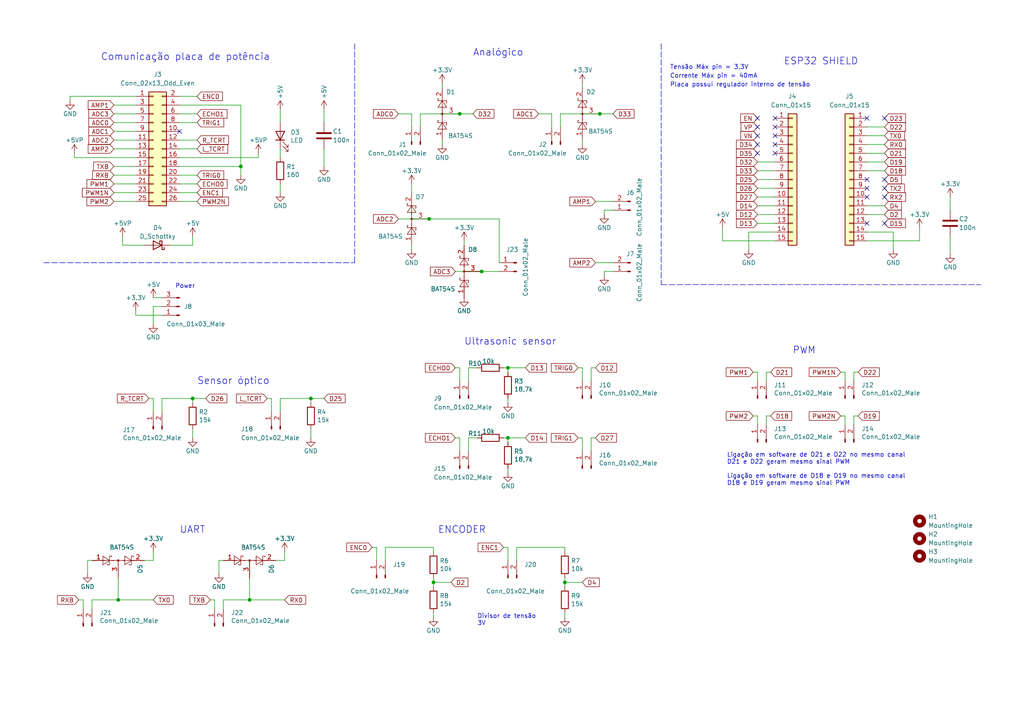
<source format=kicad_sch>
(kicad_sch (version 20211123) (generator eeschema)
  (paper "A4")
  (title_block (title "ESP32 Shield for LPAE Automated Buggy") (date "2022-08-18") (rev "0.3") (company "Nycolas Coelho de Abreu IFSC - Florianópolis"))
  (lib_symbols
    (symbol "Connector:Conn_01x02_Male" (pin_names (offset 1.016) hide)
      (property "Reference" "J" (at 0 2.54 0))
      (property "Value" "Conn_01x02_Male" (at 0 -5.08 0))
      (symbol "Conn_01x02_Male_1_1"
        (pin passive line (at 5.08 0 180) (length 3.81) (name "Pin_1") (number "1"))
        (pin passive line (at 5.08 -2.54 180) (length 3.81) (name "Pin_2") (number "2"))
      )
    )
    (symbol "Connector:Conn_01x03_Male" (pin_names (offset 1.016) hide)
      (property "Reference" "J" (at 0 5.08 0))
      (property "Value" "Conn_01x03_Male" (at 0 -5.08 0))
      (symbol "Conn_01x03_Male_1_1"
        (pin passive line (at 5.08 2.54 180) (length 3.81) (name "Pin_1") (number "1"))
        (pin passive line (at 5.08 0 180) (length 3.81) (name "Pin_2") (number "2"))
        (pin passive line (at 5.08 -2.54 180) (length 3.81) (name "Pin_3") (number "3"))
      )
    )
    (symbol "Connector_Generic:Conn_01x15" (pin_names (offset 1.016) hide)
      (property "Reference" "J" (at 0 20.32 0))
      (property "Value" "Conn_01x15" (at 0 -20.32 0))
      (symbol "Conn_01x15_1_1"
        (pin passive line (at -5.08 17.78 0) (length 3.81) (name "Pin_1") (number "1"))
        (pin passive line (at -5.08 -5.08 0) (length 3.81) (name "Pin_10") (number "10"))
        (pin passive line (at -5.08 -7.62 0) (length 3.81) (name "Pin_11") (number "11"))
        (pin passive line (at -5.08 -10.16 0) (length 3.81) (name "Pin_12") (number "12"))
        (pin passive line (at -5.08 -12.7 0) (length 3.81) (name "Pin_13") (number "13"))
        (pin passive line (at -5.08 -15.24 0) (length 3.81) (name "Pin_14") (number "14"))
        (pin passive line (at -5.08 -17.78 0) (length 3.81) (name "Pin_15") (number "15"))
        (pin passive line (at -5.08 15.24 0) (length 3.81) (name "Pin_2") (number "2"))
        (pin passive line (at -5.08 12.7 0) (length 3.81) (name "Pin_3") (number "3"))
        (pin passive line (at -5.08 10.16 0) (length 3.81) (name "Pin_4") (number "4"))
        (pin passive line (at -5.08 7.62 0) (length 3.81) (name "Pin_5") (number "5"))
        (pin passive line (at -5.08 5.08 0) (length 3.81) (name "Pin_6") (number "6"))
        (pin passive line (at -5.08 2.54 0) (length 3.81) (name "Pin_7") (number "7"))
        (pin passive line (at -5.08 0 0) (length 3.81) (name "Pin_8") (number "8"))
        (pin passive line (at -5.08 -2.54 0) (length 3.81) (name "Pin_9") (number "9"))
      )
    )
    (symbol "Connector_Generic:Conn_02x13_Odd_Even" (pin_names (offset 1.016) hide)
      (property "Reference" "J" (at 1.27 17.78 0))
      (property "Value" "Conn_02x13_Odd_Even" (at 1.27 -17.78 0))
      (symbol "Conn_02x13_Odd_Even_1_1"
        (pin passive line (at -5.08 15.24 0) (length 3.81) (name "Pin_1") (number "1"))
        (pin passive line (at 7.62 5.08 180) (length 3.81) (name "Pin_10") (number "10"))
        (pin passive line (at -5.08 2.54 0) (length 3.81) (name "Pin_11") (number "11"))
        (pin passive line (at 7.62 2.54 180) (length 3.81) (name "Pin_12") (number "12"))
        (pin passive line (at -5.08 0 0) (length 3.81) (name "Pin_13") (number "13"))
        (pin passive line (at 7.62 0 180) (length 3.81) (name "Pin_14") (number "14"))
        (pin passive line (at -5.08 -2.54 0) (length 3.81) (name "Pin_15") (number "15"))
        (pin passive line (at 7.62 -2.54 180) (length 3.81) (name "Pin_16") (number "16"))
        (pin passive line (at -5.08 -5.08 0) (length 3.81) (name "Pin_17") (number "17"))
        (pin passive line (at 7.62 -5.08 180) (length 3.81) (name "Pin_18") (number "18"))
        (pin passive line (at -5.08 -7.62 0) (length 3.81) (name "Pin_19") (number "19"))
        (pin passive line (at 7.62 15.24 180) (length 3.81) (name "Pin_2") (number "2"))
        (pin passive line (at 7.62 -7.62 180) (length 3.81) (name "Pin_20") (number "20"))
        (pin passive line (at -5.08 -10.16 0) (length 3.81) (name "Pin_21") (number "21"))
        (pin passive line (at 7.62 -10.16 180) (length 3.81) (name "Pin_22") (number "22"))
        (pin passive line (at -5.08 -12.7 0) (length 3.81) (name "Pin_23") (number "23"))
        (pin passive line (at 7.62 -12.7 180) (length 3.81) (name "Pin_24") (number "24"))
        (pin passive line (at -5.08 -15.24 0) (length 3.81) (name "Pin_25") (number "25"))
        (pin passive line (at 7.62 -15.24 180) (length 3.81) (name "Pin_26") (number "26"))
        (pin passive line (at -5.08 12.7 0) (length 3.81) (name "Pin_3") (number "3"))
        (pin passive line (at 7.62 12.7 180) (length 3.81) (name "Pin_4") (number "4"))
        (pin passive line (at -5.08 10.16 0) (length 3.81) (name "Pin_5") (number "5"))
        (pin passive line (at 7.62 10.16 180) (length 3.81) (name "Pin_6") (number "6"))
        (pin passive line (at -5.08 7.62 0) (length 3.81) (name "Pin_7") (number "7"))
        (pin passive line (at 7.62 7.62 180) (length 3.81) (name "Pin_8") (number "8"))
        (pin passive line (at -5.08 5.08 0) (length 3.81) (name "Pin_9") (number "9"))
      )
    )
    (symbol "Device:C" (pin_numbers hide) (pin_names (offset 0.254))
      (property "Reference" "C" (at 0.635 2.54 0))
      (property "Value" "C" (at 0.635 -2.54 0))
      (symbol "C_1_1"
        (pin passive line (at 0 3.81 270) (length 2.794) (name "~") (number "1"))
        (pin passive line (at 0 -3.81 90) (length 2.794) (name "~") (number "2"))
      )
    )
    (symbol "Device:D_Schottky" (pin_numbers hide) (pin_names (offset 1.016) hide)
      (property "Reference" "D" (at 0 2.54 0))
      (property "Value" "D_Schottky" (at 0 -2.54 0))
      (symbol "D_Schottky_1_1"
        (pin passive line (at -3.81 0 0) (length 2.54) (name "K") (number "1"))
        (pin passive line (at 3.81 0 180) (length 2.54) (name "A") (number "2"))
      )
    )
    (symbol "Device:LED" (pin_numbers hide) (pin_names (offset 1.016) hide)
      (property "Reference" "D" (at 0 2.54 0))
      (property "Value" "LED" (at 0 -2.54 0))
      (symbol "LED_1_1"
        (pin passive line (at -3.81 0 0) (length 2.54) (name "K") (number "1"))
        (pin passive line (at 3.81 0 180) (length 2.54) (name "A") (number "2"))
      )
    )
    (symbol "Device:R" (pin_numbers hide) (pin_names (offset 0))
      (property "Reference" "R" (at 2.032 0 90))
      (property "Value" "R" (at 0 0 90))
      (symbol "R_1_1"
        (pin passive line (at 0 3.81 270) (length 1.27) (name "~") (number "1"))
        (pin passive line (at 0 -3.81 90) (length 1.27) (name "~") (number "2"))
      )
    )
    (symbol "Diode:BAT54S" (pin_names (offset 1.016))
      (property "Reference" "D" (at 0.635 -3.81 0))
      (property "Value" "BAT54S" (at -6.35 3.175 0))
      (symbol "BAT54S_1_1"
        (pin passive line (at -7.62 0 0) (length 3.81) (name "~") (number "1"))
        (pin passive line (at 7.62 0 180) (length 3.81) (name "~") (number "2"))
        (pin passive line (at 0 -5.08 90) (length 5.08) (name "~") (number "3"))
      )
    )
    (symbol "Mechanical:MountingHole" (pin_names (offset 1.016))
      (property "Reference" "H" (at 0 5.08 0))
      (property "Value" "MountingHole" (at 0 3.175 0))
    )
    (symbol "power:+3.3V" (power) (pin_names (offset 0))
      (property "Value" "+3.3V" (at 0 3.556 0))
      (symbol "+3.3V_1_1"
        (pin power_in line (at 0 0 90) (length 0) hide (name "+3.3V") (number "1"))
      )
    )
    (symbol "power:+5V" (power) (pin_names (offset 0))
      (property "Value" "+5V" (at 0 3.556 0))
      (symbol "+5V_1_1"
        (pin power_in line (at 0 0 90) (length 0) hide (name "+5V") (number "1"))
      )
    )
    (symbol "power:+5VP" (power) (pin_names (offset 0))
      (property "Value" "+5VP" (at 0 3.556 0))
      (symbol "+5VP_1_1"
        (pin power_in line (at 0 0 90) (length 0) hide (name "+5VP") (number "1"))
      )
    )
    (symbol "power:GND" (power) (pin_names (offset 0))
      (property "Value" "GND" (at 0 -3.81 0))
      (symbol "GND_1_1"
        (pin power_in line (at 0 0 270) (length 0) hide (name "GND") (number "1"))
      )
    )
  )
  (junction (at 139.7 78.74))
  (junction (at 124.46 63.5))
  (junction (at 125.73 168.91))
  (junction (at 55.88 115.57))
  (junction (at 90.17 115.57))
  (junction (at 69.85 48.26))
  (junction (at 163.83 168.91))
  (junction (at 72.39 173.99))
  (junction (at 133.35 33.02))
  (junction (at 147.32 127))
  (junction (at 173.99 33.02))
  (junction (at 147.32 106.68))
  (junction (at 34.29 173.99))
  (no_connect (at 219.71 34.29))
  (no_connect (at 219.71 41.91))
  (no_connect (at 219.71 44.45))
  (no_connect (at 219.71 36.83))
  (no_connect (at 219.71 39.37))
  (no_connect (at 224.79 44.45))
  (no_connect (at 52.07 38.1))
  (no_connect (at 251.46 52.07))
  (no_connect (at 251.46 54.61))
  (no_connect (at 251.46 57.15))
  (no_connect (at 251.46 64.77))
  (no_connect (at 256.54 52.07))
  (no_connect (at 256.54 34.29))
  (no_connect (at 251.46 34.29))
  (no_connect (at 256.54 64.77))
  (no_connect (at 256.54 57.15))
  (no_connect (at 256.54 54.61))
  (no_connect (at 224.79 34.29))
  (no_connect (at 224.79 41.91))
  (no_connect (at 224.79 36.83))
  (no_connect (at 224.79 39.37))
  (wire (pts (xy 109.22 158.75) (xy 109.22 162.56)))
  (wire (pts (xy 46.99 115.57) (xy 55.88 115.57)))
  (wire (pts (xy 82.55 162.56) (xy 82.55 160.02)))
  (wire (pts (xy 93.98 43.18) (xy 93.98 48.26)))
  (wire (pts (xy 115.57 33.02) (xy 119.38 33.02)))
  (wire (pts (xy 52.07 30.48) (xy 69.85 30.48)))
  (wire (pts (xy 175.26 80.01) (xy 175.26 78.74)))
  (wire (pts (xy 134.62 69.85) (xy 134.62 71.12)))
  (wire (pts (xy 147.32 127) (xy 147.32 128.27)))
  (wire (pts (xy 144.78 63.5) (xy 124.46 63.5)))
  (wire (pts (xy 149.86 158.75) (xy 163.83 158.75)))
  (wire (pts (xy 219.71 57.15) (xy 224.79 57.15)))
  (wire (pts (xy 163.83 158.75) (xy 163.83 160.02)))
  (wire (pts (xy 64.77 173.99) (xy 64.77 176.53)))
  (wire (pts (xy 247.65 120.65) (xy 247.65 123.19)))
  (wire (pts (xy 35.56 68.58) (xy 35.56 71.12)))
  (polyline (pts (xy 191.77 82.55) (xy 284.48 82.55)))
  (wire (pts (xy 39.37 91.44) (xy 39.37 90.17)))
  (wire (pts (xy 175.26 60.96) (xy 177.8 60.96)))
  (wire (pts (xy 209.55 69.85) (xy 209.55 66.04)))
  (wire (pts (xy 251.46 67.31) (xy 259.08 67.31)))
  (wire (pts (xy 128.27 40.64) (xy 128.27 41.91)))
  (wire (pts (xy 21.59 45.72) (xy 21.59 44.45)))
  (wire (pts (xy 147.32 127) (xy 146.05 127)))
  (wire (pts (xy 74.93 44.45) (xy 74.93 45.72)))
  (wire (pts (xy 172.72 76.2) (xy 177.8 76.2)))
  (wire (pts (xy 251.46 49.53) (xy 256.54 49.53)))
  (wire (pts (xy 248.92 120.65) (xy 247.65 120.65)))
  (wire (pts (xy 217.17 67.31) (xy 217.17 72.39)))
  (wire (pts (xy 69.85 30.48) (xy 69.85 48.26)))
  (wire (pts (xy 251.46 41.91) (xy 256.54 41.91)))
  (wire (pts (xy 81.28 43.18) (xy 81.28 45.72)))
  (wire (pts (xy 69.85 48.26) (xy 69.85 50.8)))
  (polyline (pts (xy 191.77 12.7) (xy 191.77 82.55)))
  (wire (pts (xy 147.32 115.57) (xy 147.32 116.84)))
  (wire (pts (xy 111.76 158.75) (xy 125.73 158.75)))
  (wire (pts (xy 80.01 162.56) (xy 82.55 162.56)))
  (wire (pts (xy 132.08 106.68) (xy 133.35 106.68)))
  (wire (pts (xy 248.92 107.95) (xy 247.65 107.95)))
  (wire (pts (xy 63.5 166.37) (xy 63.5 162.56)))
  (wire (pts (xy 63.5 162.56) (xy 64.77 162.56)))
  (wire (pts (xy 78.74 115.57) (xy 78.74 119.38)))
  (wire (pts (xy 219.71 54.61) (xy 224.79 54.61)))
  (wire (pts (xy 144.78 63.5) (xy 144.78 76.2)))
  (wire (pts (xy 49.53 71.12) (xy 55.88 71.12)))
  (wire (pts (xy 33.02 43.18) (xy 39.37 43.18)))
  (wire (pts (xy 135.89 127) (xy 135.89 130.81)))
  (wire (pts (xy 222.25 107.95) (xy 222.25 110.49)))
  (wire (pts (xy 135.89 127) (xy 138.43 127)))
  (wire (pts (xy 81.28 115.57) (xy 90.17 115.57)))
  (wire (pts (xy 33.02 48.26) (xy 39.37 48.26)))
  (wire (pts (xy 171.45 106.68) (xy 172.72 106.68)))
  (wire (pts (xy 168.91 106.68) (xy 168.91 110.49)))
  (wire (pts (xy 39.37 45.72) (xy 21.59 45.72)))
  (wire (pts (xy 55.88 115.57) (xy 55.88 116.84)))
  (wire (pts (xy 171.45 127) (xy 171.45 130.81)))
  (wire (pts (xy 33.02 55.88) (xy 39.37 55.88)))
  (wire (pts (xy 247.65 107.95) (xy 247.65 110.49)))
  (wire (pts (xy 251.46 39.37) (xy 256.54 39.37)))
  (wire (pts (xy 25.4 162.56) (xy 25.4 166.37)))
  (wire (pts (xy 55.88 124.46) (xy 55.88 127)))
  (wire (pts (xy 275.59 57.15) (xy 275.59 60.96)))
  (wire (pts (xy 34.29 167.64) (xy 34.29 173.99)))
  (wire (pts (xy 132.08 78.74) (xy 139.7 78.74)))
  (wire (pts (xy 72.39 173.99) (xy 82.55 173.99)))
  (wire (pts (xy 52.07 35.56) (xy 57.15 35.56)))
  (wire (pts (xy 115.57 63.5) (xy 124.46 63.5)))
  (wire (pts (xy 60.96 173.99) (xy 62.23 173.99)))
  (wire (pts (xy 33.02 53.34) (xy 39.37 53.34)))
  (wire (pts (xy 125.73 168.91) (xy 130.81 168.91)))
  (wire (pts (xy 119.38 53.34) (xy 119.38 55.88)))
  (wire (pts (xy 218.44 107.95) (xy 219.71 107.95)))
  (wire (pts (xy 44.45 115.57) (xy 44.45 119.38)))
  (wire (pts (xy 275.59 68.58) (xy 275.59 73.66)))
  (wire (pts (xy 163.83 177.8) (xy 163.83 179.07)))
  (wire (pts (xy 125.73 167.64) (xy 125.73 168.91)))
  (wire (pts (xy 222.25 120.65) (xy 222.25 123.19)))
  (wire (pts (xy 224.79 67.31) (xy 217.17 67.31)))
  (wire (pts (xy 135.89 110.49) (xy 135.89 106.68)))
  (wire (pts (xy 55.88 115.57) (xy 59.69 115.57)))
  (wire (pts (xy 44.45 88.9) (xy 44.45 93.98)))
  (wire (pts (xy 46.99 91.44) (xy 39.37 91.44)))
  (wire (pts (xy 39.37 27.94) (xy 20.32 27.94)))
  (wire (pts (xy 81.28 53.34) (xy 81.28 55.88)))
  (wire (pts (xy 22.86 173.99) (xy 24.13 173.99)))
  (wire (pts (xy 167.64 127) (xy 168.91 127)))
  (wire (pts (xy 245.11 120.65) (xy 245.11 123.19)))
  (wire (pts (xy 81.28 119.38) (xy 81.28 115.57)))
  (wire (pts (xy 77.47 115.57) (xy 78.74 115.57)))
  (wire (pts (xy 46.99 88.9) (xy 44.45 88.9)))
  (wire (pts (xy 251.46 62.23) (xy 256.54 62.23)))
  (wire (pts (xy 74.93 45.72) (xy 52.07 45.72)))
  (wire (pts (xy 251.46 69.85) (xy 266.7 69.85)))
  (wire (pts (xy 147.32 106.68) (xy 146.05 106.68)))
  (wire (pts (xy 52.07 58.42) (xy 57.15 58.42)))
  (wire (pts (xy 20.32 27.94) (xy 20.32 29.21)))
  (wire (pts (xy 55.88 71.12) (xy 55.88 68.58)))
  (wire (pts (xy 162.56 33.02) (xy 173.99 33.02)))
  (wire (pts (xy 147.32 158.75) (xy 147.32 162.56)))
  (wire (pts (xy 34.29 173.99) (xy 44.45 173.99)))
  (wire (pts (xy 160.02 33.02) (xy 160.02 36.83)))
  (wire (pts (xy 64.77 173.99) (xy 72.39 173.99)))
  (wire (pts (xy 52.07 27.94) (xy 57.15 27.94)))
  (wire (pts (xy 46.99 119.38) (xy 46.99 115.57)))
  (wire (pts (xy 121.92 33.02) (xy 121.92 36.83)))
  (wire (pts (xy 24.13 173.99) (xy 24.13 176.53)))
  (wire (pts (xy 62.23 173.99) (xy 62.23 176.53)))
  (wire (pts (xy 251.46 46.99) (xy 256.54 46.99)))
  (wire (pts (xy 133.35 106.68) (xy 133.35 110.49)))
  (wire (pts (xy 93.98 31.75) (xy 93.98 35.56)))
  (wire (pts (xy 245.11 107.95) (xy 245.11 110.49)))
  (wire (pts (xy 33.02 58.42) (xy 39.37 58.42)))
  (wire (pts (xy 172.72 58.42) (xy 177.8 58.42)))
  (wire (pts (xy 163.83 168.91) (xy 163.83 170.18)))
  (wire (pts (xy 175.26 62.23) (xy 175.26 60.96)))
  (wire (pts (xy 156.21 33.02) (xy 160.02 33.02)))
  (wire (pts (xy 219.71 120.65) (xy 219.71 123.19)))
  (wire (pts (xy 168.91 24.13) (xy 168.91 25.4)))
  (wire (pts (xy 125.73 168.91) (xy 125.73 170.18)))
  (wire (pts (xy 175.26 78.74) (xy 177.8 78.74)))
  (wire (pts (xy 33.02 35.56) (xy 39.37 35.56)))
  (wire (pts (xy 93.98 115.57) (xy 90.17 115.57)))
  (wire (pts (xy 43.18 115.57) (xy 44.45 115.57)))
  (wire (pts (xy 81.28 31.75) (xy 81.28 35.56)))
  (wire (pts (xy 119.38 71.12) (xy 119.38 72.39)))
  (wire (pts (xy 162.56 33.02) (xy 162.56 36.83)))
  (wire (pts (xy 33.02 50.8) (xy 39.37 50.8)))
  (wire (pts (xy 33.02 38.1) (xy 39.37 38.1)))
  (wire (pts (xy 135.89 106.68) (xy 138.43 106.68)))
  (wire (pts (xy 147.32 127) (xy 152.4 127)))
  (wire (pts (xy 125.73 177.8) (xy 125.73 179.07)))
  (wire (pts (xy 111.76 158.75) (xy 111.76 162.56)))
  (wire (pts (xy 139.7 78.74) (xy 144.78 78.74)))
  (wire (pts (xy 26.67 173.99) (xy 34.29 173.99)))
  (wire (pts (xy 172.72 127) (xy 171.45 127)))
  (wire (pts (xy 167.64 106.68) (xy 168.91 106.68)))
  (wire (pts (xy 219.71 62.23) (xy 224.79 62.23)))
  (wire (pts (xy 163.83 168.91) (xy 168.91 168.91)))
  (wire (pts (xy 243.84 107.95) (xy 245.11 107.95)))
  (wire (pts (xy 219.71 64.77) (xy 224.79 64.77)))
  (wire (pts (xy 125.73 158.75) (xy 125.73 160.02)))
  (wire (pts (xy 218.44 120.65) (xy 219.71 120.65)))
  (wire (pts (xy 72.39 167.64) (xy 72.39 173.99)))
  (wire (pts (xy 163.83 167.64) (xy 163.83 168.91)))
  (wire (pts (xy 251.46 44.45) (xy 256.54 44.45)))
  (wire (pts (xy 52.07 33.02) (xy 57.15 33.02)))
  (wire (pts (xy 26.67 162.56) (xy 25.4 162.56)))
  (wire (pts (xy 52.07 50.8) (xy 57.15 50.8)))
  (wire (pts (xy 149.86 158.75) (xy 149.86 162.56)))
  (wire (pts (xy 259.08 67.31) (xy 259.08 72.39)))
  (wire (pts (xy 147.32 106.68) (xy 147.32 107.95)))
  (wire (pts (xy 219.71 46.99) (xy 224.79 46.99)))
  (wire (pts (xy 219.71 59.69) (xy 224.79 59.69)))
  (wire (pts (xy 44.45 86.36) (xy 46.99 86.36)))
  (wire (pts (xy 173.99 33.02) (xy 177.8 33.02)))
  (wire (pts (xy 133.35 33.02) (xy 137.16 33.02)))
  (wire (pts (xy 251.46 36.83) (xy 256.54 36.83)))
  (wire (pts (xy 26.67 173.99) (xy 26.67 176.53)))
  (wire (pts (xy 171.45 110.49) (xy 171.45 106.68)))
  (polyline (pts (xy 12.7 76.2) (xy 102.87 76.2)))
  (wire (pts (xy 41.91 162.56) (xy 44.45 162.56)))
  (wire (pts (xy 33.02 33.02) (xy 39.37 33.02)))
  (wire (pts (xy 119.38 33.02) (xy 119.38 36.83)))
  (wire (pts (xy 90.17 124.46) (xy 90.17 127)))
  (wire (pts (xy 223.52 120.65) (xy 222.25 120.65)))
  (wire (pts (xy 147.32 135.89) (xy 147.32 137.16)))
  (wire (pts (xy 147.32 106.68) (xy 152.4 106.68)))
  (wire (pts (xy 224.79 69.85) (xy 209.55 69.85)))
  (wire (pts (xy 251.46 59.69) (xy 256.54 59.69)))
  (wire (pts (xy 133.35 130.81) (xy 133.35 127)))
  (wire (pts (xy 33.02 30.48) (xy 39.37 30.48)))
  (wire (pts (xy 128.27 24.13) (xy 128.27 25.4)))
  (wire (pts (xy 52.07 43.18) (xy 57.15 43.18)))
  (wire (pts (xy 219.71 107.95) (xy 219.71 110.49)))
  (wire (pts (xy 168.91 40.64) (xy 168.91 41.91)))
  (wire (pts (xy 90.17 115.57) (xy 90.17 116.84)))
  (wire (pts (xy 52.07 55.88) (xy 57.15 55.88)))
  (wire (pts (xy 107.95 158.75) (xy 109.22 158.75)))
  (wire (pts (xy 35.56 71.12) (xy 41.91 71.12)))
  (wire (pts (xy 52.07 48.26) (xy 69.85 48.26)))
  (wire (pts (xy 243.84 120.65) (xy 245.11 120.65)))
  (wire (pts (xy 219.71 49.53) (xy 224.79 49.53)))
  (wire (pts (xy 266.7 69.85) (xy 266.7 66.04)))
  (wire (pts (xy 33.02 40.64) (xy 39.37 40.64)))
  (wire (pts (xy 223.52 107.95) (xy 222.25 107.95)))
  (wire (pts (xy 121.92 33.02) (xy 133.35 33.02)))
  (wire (pts (xy 146.05 158.75) (xy 147.32 158.75)))
  (wire (pts (xy 133.35 127) (xy 132.08 127)))
  (polyline (pts (xy 102.87 12.7) (xy 102.87 76.2)))
  (wire (pts (xy 44.45 162.56) (xy 44.45 160.02)))
  (wire (pts (xy 52.07 53.34) (xy 57.15 53.34)))
  (wire (pts (xy 219.71 52.07) (xy 224.79 52.07)))
  (wire (pts (xy 168.91 127) (xy 168.91 130.81)))
  (wire (pts (xy 52.07 40.64) (xy 57.15 40.64)))
  (text "Analógico" (at 137.16 16.51 0) (effects (font (size 2 2)) (justify left bottom)))
  (text "Corrente Máx pin = 40mA" (at 194.31 22.86 0) (effects (font (size 1.27 1.27)) (justify left bottom)))
  (text "PWM" (at 229.87 102.87 0) (effects (font (size 2 2)) (justify left bottom)))
  (text "Sensor óptico\n" (at 57.15 111.76 0) (effects (font (size 2 2)) (justify left bottom)))
  (text "Divisor de tensão\n3V" (at 138.43 181.61 0) (effects (font (size 1.27 1.27)) (justify left bottom)))
  (text "Ligação em software de D21 e D22 no mesmo canal\nD21 e D22 geram mesmo sinal PWM\n\nLigação em software de D18 e D19 no mesmo canal\nD18 e D19 geram mesmo sinal PWM\n" (at 210.82 140.97 0) (effects (font (size 1.27 1.27)) (justify left bottom)))
  (text "UART\n" (at 52.07 154.94 0) (effects (font (size 2 2)) (justify left bottom)))
  (text "Power" (at 50.8 83.82 0) (effects (font (size 1.27 1.27)) (justify left bottom)))
  (text "ENCODER\n" (at 127 154.94 0) (effects (font (size 2 2)) (justify left bottom)))
  (text "Placa possuí regulador interno de tensão" (at 194.31 25.4 0) (effects (font (size 1.27 1.27)) (justify left bottom)))
  (text "Tensão Máx pin = 3,3V" (at 194.31 20.32 0) (effects (font (size 1.27 1.27)) (justify left bottom)))
  (text "Ultrasonic sensor" (at 134.62 100.33 0) (effects (font (size 2 2)) (justify left bottom)))
  (text "Comunicação placa de potência" (at 29.21 17.78 0) (effects (font (size 2 2)) (justify left bottom)))
  (text "ESP32 SHIELD" (at 227.33 19.05 0) (effects (font (size 2 2)) (justify left bottom)))
  (global_label "TRIG1" (shape input) (at 167.64 127 180) (property "Intersheet References" "${INTERSHEET_REFS}" (effects hide)))
  (global_label "TX0" (shape input) (at 44.45 173.99 0) (property "Intersheet References" "${INTERSHEET_REFS}" (effects hide)))
  (global_label "D27" (shape input) (at 219.71 57.15 180) (property "Intersheet References" "${INTERSHEET_REFS}" (effects hide)))
  (global_label "D32" (shape input) (at 137.16 33.02 0) (property "Intersheet References" "${INTERSHEET_REFS}" (effects hide)))
  (global_label "D21" (shape input) (at 223.52 107.95 0) (property "Intersheet References" "${INTERSHEET_REFS}" (effects hide)))
  (global_label "ENC1" (shape input) (at 57.15 55.88 0) (property "Intersheet References" "${INTERSHEET_REFS}" (effects hide)))
  (global_label "TXB" (shape input) (at 33.02 48.26 180) (property "Intersheet References" "${INTERSHEET_REFS}" (effects hide)))
  (global_label "TRIG1" (shape input) (at 57.15 35.56 0) (property "Intersheet References" "${INTERSHEET_REFS}" (effects hide)))
  (global_label "D12" (shape input) (at 219.71 62.23 180) (property "Intersheet References" "${INTERSHEET_REFS}" (effects hide)))
  (global_label "RXB" (shape input) (at 22.86 173.99 180) (property "Intersheet References" "${INTERSHEET_REFS}" (effects hide)))
  (global_label "D18" (shape input) (at 256.54 49.53 0) (property "Intersheet References" "${INTERSHEET_REFS}" (effects hide)))
  (global_label "D2" (shape input) (at 130.81 168.91 0) (property "Intersheet References" "${INTERSHEET_REFS}" (effects hide)))
  (global_label "L_TCRT" (shape input) (at 77.47 115.57 180) (property "Intersheet References" "${INTERSHEET_REFS}" (effects hide)))
  (global_label "ADC3" (shape input) (at 132.08 78.74 180) (property "Intersheet References" "${INTERSHEET_REFS}" (effects hide)))
  (global_label "D35" (shape input) (at 219.71 44.45 180) (property "Intersheet References" "${INTERSHEET_REFS}" (effects hide)))
  (global_label "TX0" (shape input) (at 256.54 39.37 0) (property "Intersheet References" "${INTERSHEET_REFS}" (effects hide)))
  (global_label "D14" (shape input) (at 219.71 59.69 180) (property "Intersheet References" "${INTERSHEET_REFS}" (effects hide)))
  (global_label "PWM2" (shape input) (at 218.44 120.65 180) (property "Intersheet References" "${INTERSHEET_REFS}" (effects hide)))
  (global_label "D25" (shape input) (at 93.98 115.57 0) (property "Intersheet References" "${INTERSHEET_REFS}" (effects hide)))
  (global_label "D2" (shape input) (at 256.54 62.23 0) (property "Intersheet References" "${INTERSHEET_REFS}" (effects hide)))
  (global_label "PWM1" (shape input) (at 218.44 107.95 180) (property "Intersheet References" "${INTERSHEET_REFS}" (effects hide)))
  (global_label "D33" (shape input) (at 177.8 33.02 0) (property "Intersheet References" "${INTERSHEET_REFS}" (effects hide)))
  (global_label "VP" (shape input) (at 219.71 36.83 180) (property "Intersheet References" "${INTERSHEET_REFS}" (effects hide)))
  (global_label "ECHO0" (shape input) (at 57.15 53.34 0) (property "Intersheet References" "${INTERSHEET_REFS}" (effects hide)))
  (global_label "R_TCRT" (shape input) (at 57.15 40.64 0) (property "Intersheet References" "${INTERSHEET_REFS}" (effects hide)))
  (global_label "PWM2N" (shape input) (at 57.15 58.42 0) (property "Intersheet References" "${INTERSHEET_REFS}" (effects hide)))
  (global_label "PWM2N" (shape input) (at 243.84 120.65 180) (property "Intersheet References" "${INTERSHEET_REFS}" (effects hide)))
  (global_label "PWM1" (shape input) (at 33.02 53.34 180) (property "Intersheet References" "${INTERSHEET_REFS}" (effects hide)))
  (global_label "D33" (shape input) (at 219.71 49.53 180) (property "Intersheet References" "${INTERSHEET_REFS}" (effects hide)))
  (global_label "D13" (shape input) (at 219.71 64.77 180) (property "Intersheet References" "${INTERSHEET_REFS}" (effects hide)))
  (global_label "D13" (shape input) (at 152.4 106.68 0) (property "Intersheet References" "${INTERSHEET_REFS}" (effects hide)))
  (global_label "D19" (shape input) (at 248.92 120.65 0) (property "Intersheet References" "${INTERSHEET_REFS}" (effects hide)))
  (global_label "D34" (shape input) (at 219.71 41.91 180) (property "Intersheet References" "${INTERSHEET_REFS}" (effects hide)))
  (global_label "D22" (shape input) (at 256.54 36.83 0) (property "Intersheet References" "${INTERSHEET_REFS}" (effects hide)))
  (global_label "RX0" (shape input) (at 256.54 41.91 0) (property "Intersheet References" "${INTERSHEET_REFS}" (effects hide)))
  (global_label "PWM1N" (shape input) (at 33.02 55.88 180) (property "Intersheet References" "${INTERSHEET_REFS}" (effects hide)))
  (global_label "AMP1" (shape input) (at 33.02 30.48 180) (property "Intersheet References" "${INTERSHEET_REFS}" (effects hide)))
  (global_label "ADC0" (shape input) (at 115.57 33.02 180) (property "Intersheet References" "${INTERSHEET_REFS}" (effects hide)))
  (global_label "RXB" (shape input) (at 33.02 50.8 180) (property "Intersheet References" "${INTERSHEET_REFS}" (effects hide)))
  (global_label "ENC1" (shape input) (at 146.05 158.75 180) (property "Intersheet References" "${INTERSHEET_REFS}" (effects hide)))
  (global_label "RX2" (shape input) (at 256.54 57.15 0) (property "Intersheet References" "${INTERSHEET_REFS}" (effects hide)))
  (global_label "ECHO0" (shape input) (at 132.08 106.68 180) (property "Intersheet References" "${INTERSHEET_REFS}" (effects hide)))
  (global_label "PWM2" (shape input) (at 33.02 58.42 180) (property "Intersheet References" "${INTERSHEET_REFS}" (effects hide)))
  (global_label "AMP2" (shape input) (at 172.72 76.2 180) (property "Intersheet References" "${INTERSHEET_REFS}" (effects hide)))
  (global_label "TX2" (shape input) (at 256.54 54.61 0) (property "Intersheet References" "${INTERSHEET_REFS}" (effects hide)))
  (global_label "D23" (shape input) (at 256.54 34.29 0) (property "Intersheet References" "${INTERSHEET_REFS}" (effects hide)))
  (global_label "D14" (shape input) (at 152.4 127 0) (property "Intersheet References" "${INTERSHEET_REFS}" (effects hide)))
  (global_label "D12" (shape input) (at 172.72 106.68 0) (property "Intersheet References" "${INTERSHEET_REFS}" (effects hide)))
  (global_label "D18" (shape input) (at 223.52 120.65 0) (property "Intersheet References" "${INTERSHEET_REFS}" (effects hide)))
  (global_label "PWM1N" (shape input) (at 243.84 107.95 180) (property "Intersheet References" "${INTERSHEET_REFS}" (effects hide)))
  (global_label "ENC0" (shape input) (at 107.95 158.75 180) (property "Intersheet References" "${INTERSHEET_REFS}" (effects hide)))
  (global_label "ECHO1" (shape input) (at 57.15 33.02 0) (property "Intersheet References" "${INTERSHEET_REFS}" (effects hide)))
  (global_label "D25" (shape input) (at 219.71 52.07 180) (property "Intersheet References" "${INTERSHEET_REFS}" (effects hide)))
  (global_label "D21" (shape input) (at 256.54 44.45 0) (property "Intersheet References" "${INTERSHEET_REFS}" (effects hide)))
  (global_label "D26" (shape input) (at 59.69 115.57 0) (property "Intersheet References" "${INTERSHEET_REFS}" (effects hide)))
  (global_label "D22" (shape input) (at 248.92 107.95 0) (property "Intersheet References" "${INTERSHEET_REFS}" (effects hide)))
  (global_label "ADC1" (shape input) (at 33.02 38.1 180) (property "Intersheet References" "${INTERSHEET_REFS}" (effects hide)))
  (global_label "D27" (shape input) (at 172.72 127 0) (property "Intersheet References" "${INTERSHEET_REFS}" (effects hide)))
  (global_label "TRIG0" (shape input) (at 57.15 50.8 0) (property "Intersheet References" "${INTERSHEET_REFS}" (effects hide)))
  (global_label "D4" (shape input) (at 168.91 168.91 0) (property "Intersheet References" "${INTERSHEET_REFS}" (effects hide)))
  (global_label "D15" (shape input) (at 256.54 64.77 0) (property "Intersheet References" "${INTERSHEET_REFS}" (effects hide)))
  (global_label "L_TCRT" (shape input) (at 57.15 43.18 0) (property "Intersheet References" "${INTERSHEET_REFS}" (effects hide)))
  (global_label "ENC0" (shape input) (at 57.15 27.94 0) (property "Intersheet References" "${INTERSHEET_REFS}" (effects hide)))
  (global_label "AMP1" (shape input) (at 172.72 58.42 180) (property "Intersheet References" "${INTERSHEET_REFS}" (effects hide)))
  (global_label "D26" (shape input) (at 219.71 54.61 180) (property "Intersheet References" "${INTERSHEET_REFS}" (effects hide)))
  (global_label "D32" (shape input) (at 219.71 46.99 180) (property "Intersheet References" "${INTERSHEET_REFS}" (effects hide)))
  (global_label "ADC2" (shape input) (at 115.57 63.5 180) (property "Intersheet References" "${INTERSHEET_REFS}" (effects hide)))
  (global_label "RX0" (shape input) (at 82.55 173.99 0) (property "Intersheet References" "${INTERSHEET_REFS}" (effects hide)))
  (global_label "D4" (shape input) (at 256.54 59.69 0) (property "Intersheet References" "${INTERSHEET_REFS}" (effects hide)))
  (global_label "R_TCRT" (shape input) (at 43.18 115.57 180) (property "Intersheet References" "${INTERSHEET_REFS}" (effects hide)))
  (global_label "VN" (shape input) (at 219.71 39.37 180) (property "Intersheet References" "${INTERSHEET_REFS}" (effects hide)))
  (global_label "ADC1" (shape input) (at 156.21 33.02 180) (property "Intersheet References" "${INTERSHEET_REFS}" (effects hide)))
  (global_label "EN" (shape input) (at 219.71 34.29 180) (property "Intersheet References" "${INTERSHEET_REFS}" (effects hide)))
  (global_label "TRIG0" (shape input) (at 167.64 106.68 180) (property "Intersheet References" "${INTERSHEET_REFS}" (effects hide)))
  (global_label "ADC3" (shape input) (at 33.02 33.02 180) (property "Intersheet References" "${INTERSHEET_REFS}" (effects hide)))
  (global_label "ADC0" (shape input) (at 33.02 35.56 180) (property "Intersheet References" "${INTERSHEET_REFS}" (effects hide)))
  (global_label "ECHO1" (shape input) (at 132.08 127 180) (property "Intersheet References" "${INTERSHEET_REFS}" (effects hide)))
  (global_label "ADC2" (shape input) (at 33.02 40.64 180) (property "Intersheet References" "${INTERSHEET_REFS}" (effects hide)))
  (global_label "D5" (shape input) (at 256.54 52.07 0) (property "Intersheet References" "${INTERSHEET_REFS}" (effects hide)))
  (global_label "AMP2" (shape input) (at 33.02 43.18 180) (property "Intersheet References" "${INTERSHEET_REFS}" (effects hide)))
  (global_label "D19" (shape input) (at 256.54 46.99 0) (property "Intersheet References" "${INTERSHEET_REFS}" (effects hide)))
  (global_label "TXB" (shape input) (at 60.96 173.99 180) (property "Intersheet References" "${INTERSHEET_REFS}" (effects hide)))
  (symbol (lib_id "power:GND") (at 275.59 73.66 0) (unit 1)
    (property "Reference" "#PWR033" (effects hide))
    (property "Value" "GND" (at 275.59 77.47 0))
  )
  (symbol (lib_id "power:GND") (at 175.26 80.01 0) (unit 1)
    (property "Reference" "#PWR020" (effects hide))
    (property "Value" "GND" (at 175.26 83.82 0))
  )
  (symbol (lib_id "power:+5V") (at 55.88 68.58 0) (unit 1)
    (property "Reference" "#PWR017" (effects hide))
    (property "Value" "+5V" (at 55.88 64.77 0))
  )
  (symbol (lib_id "Device:C") (at 93.98 39.37 0) (unit 1)
    (property "Reference" "C1" (at 96.52 38.1 0) (effects (justify left)))
    (property "Value" "100n" (at 96.52 40.64 0) (effects (justify left)))
    (property "Footprint" "Capacitor_SMD:C_0805_2012Metric_Pad1.18x1.45mm_HandSolder" (effects hide))
  )
  (symbol (lib_id "Diode:BAT54S") (at 72.39 162.56 0) (unit 1)
    (property "Reference" "D6" (at 78.74 166.37 90) (effects (justify left)))
    (property "Value" "BAT54S" (at 69.85 158.75 0) (effects (justify left)))
    (property "Footprint" "Package_TO_SOT_SMD:SOT-23" (effects hide))
    (property "Datasheet" "https://www.diodes.com/assets/Datasheets/ds11005.pdf" (effects hide))
  )
  (symbol (lib_id "Connector:Conn_01x02_Male") (at 168.91 115.57 90) (unit 1)
    (property "Reference" "J10" (at 173.6598 111.6838 90) (effects (justify right)))
    (property "Value" "Conn_01x02_Male" (at 173.6598 113.9952 90) (effects (justify right)))
    (property "Footprint" "Connector_PinHeader_2.54mm:PinHeader_1x02_P2.54mm_Vertical" (effects hide))
  )
  (symbol (lib_id "power:+5V") (at 44.45 86.36 0) (unit 1)
    (property "Reference" "#PWR021" (effects hide))
    (property "Value" "+5V" (at 44.45 82.55 0))
  )
  (symbol (lib_id "power:+3.3V") (at 128.27 24.13 0) (unit 1)
    (property "Reference" "#PWR01" (effects hide))
    (property "Value" "+3.3V" (at 128.27 20.32 0))
  )
  (symbol (lib_id "power:GND") (at 134.62 86.36 0) (unit 1)
    (property "Reference" "#PWR037" (effects hide))
    (property "Value" "GND" (at 134.62 90.17 0))
  )
  (symbol (lib_id "Device:R") (at 147.32 111.76 0) (unit 1)
    (property "Reference" "R3" (at 149.098 110.5916 0) (effects (justify left)))
    (property "Value" "18,7k" (at 149.098 112.903 0) (effects (justify left)))
    (property "Footprint" "Resistor_SMD:R_0805_2012Metric" (effects hide))
  )
  (symbol (lib_id "Device:C") (at 275.59 64.77 0) (unit 1)
    (property "Reference" "C2" (at 278.13 63.5 0) (effects (justify left)))
    (property "Value" "100n" (at 278.13 66.04 0) (effects (justify left)))
    (property "Footprint" "Capacitor_SMD:C_0805_2012Metric_Pad1.18x1.45mm_HandSolder" (effects hide))
  )
  (symbol (lib_id "Diode:BAT54S") (at 128.27 33.02 90) (unit 1)
    (property "Reference" "D1" (at 132.08 26.67 90) (effects (justify left)))
    (property "Value" "BAT54S" (at 137.16 39.37 90) (effects (justify left)))
    (property "Footprint" "Package_TO_SOT_SMD:SOT-23" (effects hide))
    (property "Datasheet" "https://www.diodes.com/assets/Datasheets/ds11005.pdf" (effects hide))
  )
  (symbol (lib_id "power:+3.3V") (at 134.62 69.85 0) (unit 1)
    (property "Reference" "#PWR035" (effects hide))
    (property "Value" "+3.3V" (at 134.62 66.04 0))
  )
  (symbol (lib_id "Diode:BAT54S") (at 34.29 162.56 0) (unit 1)
    (property "Reference" "D5" (at 40.64 166.37 90) (effects (justify left)))
    (property "Value" "BAT54S" (at 31.75 158.75 0) (effects (justify left)))
    (property "Footprint" "Package_TO_SOT_SMD:SOT-23" (effects hide))
    (property "Datasheet" "https://www.diodes.com/assets/Datasheets/ds11005.pdf" (effects hide))
  )
  (symbol (lib_id "power:+3.3V") (at 82.55 160.02 0) (unit 1)
    (property "Reference" "#PWR027" (effects hide))
    (property "Value" "+3.3V" (at 82.55 156.21 0))
  )
  (symbol (lib_id "power:+5VP") (at 74.93 44.45 0) (unit 1)
    (property "Reference" "#PWR09" (effects hide))
    (property "Value" "+5VP" (at 74.93 40.64 0))
  )
  (symbol (lib_id "power:+5V") (at 209.55 66.04 0) (unit 1)
    (property "Reference" "#PWR014" (effects hide))
    (property "Value" "+5V" (at 209.55 62.23 0))
  )
  (symbol (lib_id "Device:R") (at 90.17 120.65 0) (unit 1)
    (property "Reference" "R4" (at 91.948 119.4816 0) (effects (justify left)))
    (property "Value" "15k" (at 91.948 121.793 0) (effects (justify left)))
    (property "Footprint" "Resistor_SMD:R_0805_2012Metric" (effects hide))
  )
  (symbol (lib_id "Connector:Conn_01x02_Male") (at 119.38 41.91 90) (unit 1)
    (property "Reference" "J1" (at 115.57 41.91 90) (effects (justify right)))
    (property "Value" "Conn_01x02_Male" (at 106.68 44.45 90) (effects (justify right)))
    (property "Footprint" "Connector_PinHeader_2.54mm:PinHeader_1x02_P2.54mm_Vertical" (effects hide))
  )
  (symbol (lib_id "power:GND") (at 217.17 72.39 0) (unit 1)
    (property "Reference" "#PWR018" (effects hide))
    (property "Value" "GND" (at 217.17 76.2 0))
  )
  (symbol (lib_id "Connector_Generic:Conn_02x13_Odd_Even") (at 44.45 43.18 0) (unit 1)
    (property "Reference" "J3" (at 45.72 21.59 0))
    (property "Value" "Conn_02x13_Odd_Even" (at 45.72 24.13 0))
    (property "Footprint" "Connector_IDC:IDC-Header_2x13_P2.54mm_Vertical" (effects hide))
  )
  (symbol (lib_id "power:+3.3V") (at 275.59 57.15 0) (unit 1)
    (property "Reference" "#PWR032" (effects hide))
    (property "Value" "+3.3V" (at 275.59 53.34 0))
  )
  (symbol (lib_id "power:GND") (at 93.98 48.26 0) (unit 1)
    (property "Reference" "#PWR010" (effects hide))
    (property "Value" "GND" (at 93.98 52.07 0))
  )
  (symbol (lib_id "Connector:Conn_01x02_Male") (at 149.86 76.2 0) (mirror y) (unit 1)
    (property "Reference" "J23" (at 148.59 72.39 0))
    (property "Value" "Conn_01x02_Male" (at 152.4 77.47 90))
    (property "Footprint" "Connector_PinHeader_2.54mm:PinHeader_1x02_P2.54mm_Vertical" (effects hide))
  )
  (symbol (lib_id "power:+3.3V") (at 44.45 160.02 0) (unit 1)
    (property "Reference" "#PWR0101" (effects hide))
    (property "Value" "+3.3V" (at 44.45 156.21 0))
  )
  (symbol (lib_id "Connector:Conn_01x02_Male") (at 219.71 128.27 90) (unit 1)
    (property "Reference" "J13" (at 224.4598 124.3838 90) (effects (justify right)))
    (property "Value" "Conn_01x02_Male" (at 224.4598 126.6952 90) (effects (justify right)))
    (property "Footprint" "Connector_PinHeader_2.54mm:PinHeader_1x02_P2.54mm_Vertical" (effects hide))
  )
  (symbol (lib_id "power:GND") (at 175.26 62.23 0) (unit 1)
    (property "Reference" "#PWR013" (effects hide))
    (property "Value" "GND" (at 175.26 66.04 0))
  )
  (symbol (lib_id "Connector:Conn_01x02_Male") (at 147.32 167.64 90) (unit 1)
    (property "Reference" "J20" (at 152.0698 163.7538 90) (effects (justify right)))
    (property "Value" "Conn_01x02_Male" (at 140.97 171.45 90) (effects (justify right)))
    (property "Footprint" "Connector_PinHeader_2.54mm:PinHeader_1x02_P2.54mm_Vertical" (effects hide))
  )
  (symbol (lib_id "power:GND") (at 81.28 55.88 0) (unit 1)
    (property "Reference" "#PWR012" (effects hide))
    (property "Value" "GND" (at 81.28 59.69 0))
  )
  (symbol (lib_id "Connector:Conn_01x02_Male") (at 24.13 181.61 90) (unit 1)
    (property "Reference" "J21" (at 28.8798 177.7238 90) (effects (justify right)))
    (property "Value" "Conn_01x02_Male" (at 28.8798 180.0352 90) (effects (justify right)))
    (property "Footprint" "Connector_PinHeader_2.54mm:PinHeader_1x02_P2.54mm_Vertical" (effects hide))
  )
  (symbol (lib_id "Connector:Conn_01x02_Male") (at 133.35 115.57 90) (unit 1)
    (property "Reference" "J9" (at 125.73 115.57 90) (effects (justify right)))
    (property "Value" "Conn_01x02_Male" (at 125.73 118.11 90) (effects (justify right)))
    (property "Footprint" "Connector_PinHeader_2.54mm:PinHeader_1x02_P2.54mm_Vertical" (effects hide))
  )
  (symbol (lib_id "Device:R") (at 142.24 127 90) (unit 1)
    (property "Reference" "R11" (at 139.7 125.73 90) (effects (justify left)))
    (property "Value" "10k" (at 143.51 125.095 90) (effects (justify left)))
    (property "Footprint" "Resistor_SMD:R_0805_2012Metric" (effects hide))
  )
  (symbol (lib_id "Connector:Conn_01x02_Male") (at 78.74 124.46 90) (unit 1)
    (property "Reference" "J18" (at 69.85 124.46 90) (effects (justify right)))
    (property "Value" "Conn_01x02_Male" (at 69.85 127 90) (effects (justify right)))
    (property "Footprint" "Connector_PinHeader_2.54mm:PinHeader_1x02_P2.54mm_Vertical" (effects hide))
  )
  (symbol (lib_id "power:GND") (at 55.88 127 0) (unit 1)
    (property "Reference" "#PWR038" (effects hide))
    (property "Value" "GND" (at 55.88 130.81 0))
  )
  (symbol (lib_id "Connector:Conn_01x03_Male") (at 52.07 88.9 180) (unit 1)
    (property "Reference" "J8" (at 53.34 88.9 0) (effects (justify right)))
    (property "Value" "Conn_01x03_Male" (at 48.26 93.98 0) (effects (justify right)))
    (property "Footprint" "Connector_PinHeader_2.54mm:PinHeader_1x03_P2.54mm_Vertical" (effects hide))
  )
  (symbol (lib_id "Connector:Conn_01x02_Male") (at 160.02 41.91 90) (unit 1)
    (property "Reference" "J2" (at 156.21 41.91 90) (effects (justify right)))
    (property "Value" "Conn_01x02_Male" (at 147.32 44.45 90) (effects (justify right)))
    (property "Footprint" "Connector_PinHeader_2.54mm:PinHeader_1x02_P2.54mm_Vertical" (effects hide))
  )
  (symbol (lib_id "Device:R") (at 142.24 106.68 90) (unit 1)
    (property "Reference" "R10" (at 139.7 105.41 90) (effects (justify left)))
    (property "Value" "10k" (at 143.51 104.775 90) (effects (justify left)))
    (property "Footprint" "Resistor_SMD:R_0805_2012Metric" (effects hide))
  )
  (symbol (lib_id "Device:R") (at 55.88 120.65 0) (unit 1)
    (property "Reference" "R2" (at 57.658 119.4816 0) (effects (justify left)))
    (property "Value" "15k" (at 57.658 121.793 0) (effects (justify left)))
    (property "Footprint" "Resistor_SMD:R_0805_2012Metric" (effects hide))
  )
  (symbol (lib_id "power:GND") (at 125.73 179.07 0) (unit 1)
    (property "Reference" "#PWR030" (effects hide))
    (property "Value" "GND" (at 125.73 182.88 0))
  )
  (symbol (lib_id "power:GND") (at 163.83 179.07 0) (unit 1)
    (property "Reference" "#PWR031" (effects hide))
    (property "Value" "GND" (at 163.83 182.88 0))
  )
  (symbol (lib_id "power:GND") (at 259.08 72.39 0) (unit 1)
    (property "Reference" "#PWR019" (effects hide))
    (property "Value" "GND" (at 259.08 76.2 0))
  )
  (symbol (lib_id "power:GND") (at 44.45 93.98 0) (unit 1)
    (property "Reference" "#PWR023" (effects hide))
    (property "Value" "GND" (at 44.45 97.79 0))
  )
  (symbol (lib_id "Connector:Conn_01x02_Male") (at 109.22 167.64 90) (unit 1)
    (property "Reference" "J19" (at 113.9698 163.7538 90) (effects (justify right)))
    (property "Value" "Conn_01x02_Male" (at 101.6 171.45 90) (effects (justify right)))
    (property "Footprint" "Connector_PinHeader_2.54mm:PinHeader_1x02_P2.54mm_Vertical" (effects hide))
  )
  (symbol (lib_id "Connector:Conn_01x02_Male") (at 44.45 124.46 90) (unit 1)
    (property "Reference" "J17" (at 35.56 124.6886 90) (effects (justify right)))
    (property "Value" "Conn_01x02_Male" (at 35.56 127 90) (effects (justify right)))
    (property "Footprint" "Connector_PinHeader_2.54mm:PinHeader_1x02_P2.54mm_Vertical" (effects hide))
  )
  (symbol (lib_id "Device:R") (at 125.73 163.83 0) (unit 1)
    (property "Reference" "R6" (at 127.508 162.6616 0) (effects (justify left)))
    (property "Value" "10k" (at 127.508 164.973 0) (effects (justify left)))
    (property "Footprint" "Resistor_SMD:R_0805_2012Metric" (effects hide))
  )
  (symbol (lib_id "Connector_Generic:Conn_01x15") (at 229.87 52.07 0) (unit 1)
    (property "Reference" "J4" (at 228.6 27.94 0) (effects (justify left)))
    (property "Value" "Conn_01x15" (at 223.52 30.48 0) (effects (justify left)))
    (property "Footprint" "Connector_PinSocket_2.54mm:PinSocket_1x15_P2.54mm_Vertical" (effects hide))
  )
  (symbol (lib_id "power:+5V") (at 81.28 31.75 0) (unit 1)
    (property "Reference" "#PWR04" (effects hide))
    (property "Value" "+5V" (at 81.28 26.67 90))
  )
  (symbol (lib_id "Device:R") (at 125.73 173.99 0) (unit 1)
    (property "Reference" "R8" (at 127.508 172.8216 0) (effects (justify left)))
    (property "Value" "15k" (at 127.508 175.133 0) (effects (justify left)))
    (property "Footprint" "Resistor_SMD:R_0805_2012Metric" (effects hide))
  )
  (symbol (lib_id "power:+5VP") (at 21.59 44.45 0) (unit 1)
    (property "Reference" "#PWR08" (effects hide))
    (property "Value" "+5VP" (at 21.59 40.64 0))
  )
  (symbol (lib_id "power:GND") (at 69.85 50.8 0) (unit 1)
    (property "Reference" "#PWR011" (effects hide))
    (property "Value" "GND" (at 69.85 54.61 0))
  )
  (symbol (lib_id "Connector:Conn_01x02_Male") (at 133.35 135.89 90) (unit 1)
    (property "Reference" "J15" (at 125.73 135.89 90) (effects (justify right)))
    (property "Value" "Conn_01x02_Male" (at 125.73 138.43 90) (effects (justify right)))
    (property "Footprint" "Connector_PinHeader_2.54mm:PinHeader_1x02_P2.54mm_Vertical" (effects hide))
  )
  (symbol (lib_id "Device:R") (at 163.83 173.99 0) (unit 1)
    (property "Reference" "R9" (at 165.608 172.8216 0) (effects (justify left)))
    (property "Value" "15k" (at 165.608 175.133 0) (effects (justify left)))
    (property "Footprint" "Resistor_SMD:R_0805_2012Metric" (effects hide))
  )
  (symbol (lib_id "Device:LED") (at 81.28 39.37 90) (unit 1)
    (property "Reference" "D3" (at 84.2518 38.4048 90) (effects (justify right)))
    (property "Value" "LED" (at 84.2518 40.7162 90) (effects (justify right)))
    (property "Footprint" "LED_SMD:LED_0805_2012Metric" (effects hide))
  )
  (symbol (lib_id "Device:R") (at 81.28 49.53 0) (unit 1)
    (property "Reference" "R1" (at 83.058 48.3616 0) (effects (justify left)))
    (property "Value" "160" (at 83.058 50.673 0) (effects (justify left)))
    (property "Footprint" "Resistor_SMD:R_0805_2012Metric" (effects hide))
  )
  (symbol (lib_id "power:GND") (at 90.17 127 0) (unit 1)
    (property "Reference" "#PWR039" (effects hide))
    (property "Value" "GND" (at 90.17 130.81 0))
  )
  (symbol (lib_id "Diode:BAT54S") (at 134.62 78.74 90) (unit 1)
    (property "Reference" "D8" (at 138.43 72.39 90) (effects (justify left)))
    (property "Value" "BAT54S" (at 132.08 83.82 90) (effects (justify left)))
    (property "Footprint" "Package_TO_SOT_SMD:SOT-23" (effects hide))
    (property "Datasheet" "https://www.diodes.com/assets/Datasheets/ds11005.pdf" (effects hide))
  )
  (symbol (lib_id "power:GND") (at 119.38 72.39 0) (unit 1)
    (property "Reference" "#PWR036" (effects hide))
    (property "Value" "GND" (at 119.38 76.2 0))
  )
  (symbol (lib_id "Connector:Conn_01x02_Male") (at 219.71 115.57 90) (unit 1)
    (property "Reference" "J11" (at 224.4598 111.6838 90) (effects (justify right)))
    (property "Value" "Conn_01x02_Male" (at 224.4598 113.9952 90) (effects (justify right)))
    (property "Footprint" "Connector_PinHeader_2.54mm:PinHeader_1x02_P2.54mm_Vertical" (effects hide))
  )
  (symbol (lib_id "Connector:Conn_01x02_Male") (at 245.11 115.57 90) (unit 1)
    (property "Reference" "J12" (at 249.8598 111.6838 90) (effects (justify right)))
    (property "Value" "Conn_01x02_Male" (at 249.8598 113.9952 90) (effects (justify right)))
    (property "Footprint" "Connector_PinHeader_2.54mm:PinHeader_1x02_P2.54mm_Vertical" (effects hide))
  )
  (symbol (lib_id "Diode:BAT54S") (at 119.38 63.5 90) (unit 1)
    (property "Reference" "D7" (at 123.19 57.15 90) (effects (justify left)))
    (property "Value" "BAT54S" (at 116.84 68.58 90) (effects (justify left)))
    (property "Footprint" "Package_TO_SOT_SMD:SOT-23" (effects hide))
    (property "Datasheet" "https://www.diodes.com/assets/Datasheets/ds11005.pdf" (effects hide))
  )
  (symbol (lib_id "power:GND") (at 20.32 29.21 0) (unit 1)
    (property "Reference" "#PWR03" (effects hide))
    (property "Value" "GND" (at 20.32 33.02 0))
  )
  (symbol (lib_id "power:+5V") (at 93.98 31.75 0) (unit 1)
    (property "Reference" "#PWR05" (effects hide))
    (property "Value" "+5V" (at 93.98 26.67 90))
  )
  (symbol (lib_id "Mechanical:MountingHole") (at 266.7 161.29 0) (unit 1)
    (property "Reference" "H3" (at 269.24 160.0199 0) (effects (justify left)))
    (property "Value" "MountingHole" (at 269.24 162.5599 0) (effects (justify left)))
    (property "Footprint" "MountingHole:MountingHole_2.2mm_M2" (effects hide))
  )
  (symbol (lib_id "power:+3.3V") (at 39.37 90.17 0) (unit 1)
    (property "Reference" "#PWR022" (effects hide))
    (property "Value" "+3.3V" (at 39.37 86.36 0))
  )
  (symbol (lib_id "power:GND") (at 63.5 166.37 0) (unit 1)
    (property "Reference" "#PWR029" (effects hide))
    (property "Value" "GND" (at 63.5 170.18 0))
  )
  (symbol (lib_id "Device:R") (at 163.83 163.83 0) (unit 1)
    (property "Reference" "R7" (at 165.608 162.6616 0) (effects (justify left)))
    (property "Value" "10k" (at 165.608 164.973 0) (effects (justify left)))
    (property "Footprint" "Resistor_SMD:R_0805_2012Metric" (effects hide))
  )
  (symbol (lib_id "Connector:Conn_01x02_Male") (at 245.11 128.27 90) (unit 1)
    (property "Reference" "J14" (at 249.8598 124.3838 90) (effects (justify right)))
    (property "Value" "Conn_01x02_Male" (at 249.8598 126.6952 90) (effects (justify right)))
    (property "Footprint" "Connector_PinHeader_2.54mm:PinHeader_1x02_P2.54mm_Vertical" (effects hide))
  )
  (symbol (lib_id "Connector:Conn_01x02_Male") (at 168.91 135.89 90) (unit 1)
    (property "Reference" "J16" (at 173.6598 132.0038 90) (effects (justify right)))
    (property "Value" "Conn_01x02_Male" (at 173.6598 134.3152 90) (effects (justify right)))
    (property "Footprint" "Connector_PinHeader_2.54mm:PinHeader_1x02_P2.54mm_Vertical" (effects hide))
  )
  (symbol (lib_id "Diode:BAT54S") (at 168.91 33.02 90) (unit 1)
    (property "Reference" "D2" (at 172.72 26.67 90) (effects (justify left)))
    (property "Value" "BAT54S" (at 177.8 38.1 90) (effects (justify left)))
    (property "Footprint" "Package_TO_SOT_SMD:SOT-23" (effects hide))
    (property "Datasheet" "https://www.diodes.com/assets/Datasheets/ds11005.pdf" (effects hide))
  )
  (symbol (lib_id "power:+5VP") (at 35.56 68.58 0) (unit 1)
    (property "Reference" "#PWR016" (effects hide))
    (property "Value" "+5VP" (at 35.56 64.77 0))
  )
  (symbol (lib_id "power:GND") (at 147.32 116.84 0) (unit 1)
    (property "Reference" "#PWR024" (effects hide))
    (property "Value" "GND" (at 147.32 120.65 0))
  )
  (symbol (lib_id "power:GND") (at 128.27 41.91 0) (unit 1)
    (property "Reference" "#PWR06" (effects hide))
    (property "Value" "GND" (at 128.27 45.72 0))
  )
  (symbol (lib_id "Device:D_Schottky") (at 45.72 71.12 180) (unit 1)
    (property "Reference" "D4" (at 45.72 66.04 0))
    (property "Value" "D_Schottky" (at 45.72 68.58 0))
    (property "Footprint" "Diode_SMD:D_SMB" (effects hide))
  )
  (symbol (lib_id "power:+3.3V") (at 168.91 24.13 0) (unit 1)
    (property "Reference" "#PWR02" (effects hide))
    (property "Value" "+3.3V" (at 168.91 20.32 0))
  )
  (symbol (lib_id "power:+3.3V") (at 119.38 53.34 0) (unit 1)
    (property "Reference" "#PWR034" (effects hide))
    (property "Value" "+3.3V" (at 119.38 49.53 0))
  )
  (symbol (lib_id "Mechanical:MountingHole") (at 266.7 156.21 0) (unit 1)
    (property "Reference" "H2" (at 269.24 154.9399 0) (effects (justify left)))
    (property "Value" "MountingHole" (at 269.24 157.4799 0) (effects (justify left)))
    (property "Footprint" "MountingHole:MountingHole_2.2mm_M2" (effects hide))
  )
  (symbol (lib_id "Connector:Conn_01x02_Male") (at 182.88 60.96 180) (unit 1)
    (property "Reference" "J6" (at 181.61 55.88 0) (effects (justify right)))
    (property "Value" "Conn_01x02_Male" (at 185.42 68.58 90) (effects (justify right)))
    (property "Footprint" "Connector_PinHeader_2.54mm:PinHeader_1x02_P2.54mm_Vertical" (effects hide))
  )
  (symbol (lib_id "power:GND") (at 25.4 166.37 0) (unit 1)
    (property "Reference" "#PWR028" (effects hide))
    (property "Value" "GND" (at 25.4 170.18 0))
  )
  (symbol (lib_id "Connector:Conn_01x02_Male") (at 62.23 181.61 90) (unit 1)
    (property "Reference" "J22" (at 66.9798 177.7238 90) (effects (justify right)))
    (property "Value" "Conn_01x02_Male" (at 66.9798 180.0352 90) (effects (justify right)))
    (property "Footprint" "Connector_PinHeader_2.54mm:PinHeader_1x02_P2.54mm_Vertical" (effects hide))
  )
  (symbol (lib_id "power:+3.3V") (at 266.7 66.04 0) (unit 1)
    (property "Reference" "#PWR015" (effects hide))
    (property "Value" "+3.3V" (at 266.7 62.23 0))
  )
  (symbol (lib_id "power:GND") (at 147.32 137.16 0) (unit 1)
    (property "Reference" "#PWR025" (effects hide))
    (property "Value" "GND" (at 147.32 140.97 0))
  )
  (symbol (lib_id "Connector_Generic:Conn_01x15") (at 246.38 52.07 0) (mirror y) (unit 1)
    (property "Reference" "J5" (at 246.38 27.94 0))
    (property "Value" "Conn_01x15" (at 246.38 30.48 0))
    (property "Footprint" "Connector_PinSocket_2.54mm:PinSocket_1x15_P2.54mm_Vertical" (effects hide))
  )
  (symbol (lib_id "power:GND") (at 168.91 41.91 0) (unit 1)
    (property "Reference" "#PWR07" (effects hide))
    (property "Value" "GND" (at 168.91 45.72 0))
  )
  (symbol (lib_id "Connector:Conn_01x02_Male") (at 182.88 78.74 180) (unit 1)
    (property "Reference" "J7" (at 181.61 73.66 0) (effects (justify right)))
    (property "Value" "Conn_01x02_Male" (at 185.42 87.63 90) (effects (justify right)))
    (property "Footprint" "Connector_PinHeader_2.54mm:PinHeader_1x02_P2.54mm_Vertical" (effects hide))
  )
  (symbol (lib_id "Device:R") (at 147.32 132.08 0) (unit 1)
    (property "Reference" "R5" (at 149.098 130.9116 0) (effects (justify left)))
    (property "Value" "18,7k" (at 149.098 133.223 0) (effects (justify left)))
    (property "Footprint" "Resistor_SMD:R_0805_2012Metric" (effects hide))
  )
  (symbol (lib_id "Mechanical:MountingHole") (at 266.7 151.13 0) (unit 1)
    (property "Reference" "H1" (at 269.24 149.8599 0) (effects (justify left)))
    (property "Value" "MountingHole" (at 269.24 152.3999 0) (effects (justify left)))
    (property "Footprint" "MountingHole:MountingHole_2.2mm_M2" (effects hide))
  )
)
</source>
